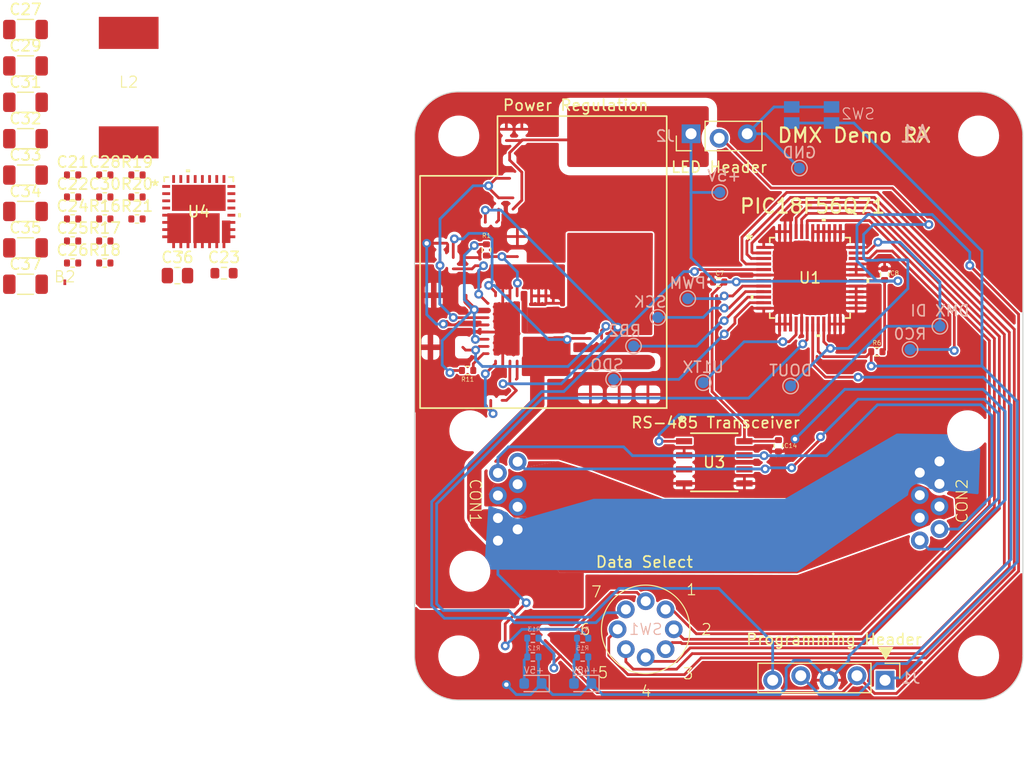
<source format=kicad_pcb>
(kicad_pcb (version 20221018) (generator pcbnew)
  (layers (0 "F.Cu" signal) (31 "B.Cu" signal) (34 "B.Paste" user) (35 "F.Paste" user) (36 "B.SilkS" user "B.Silkscreen") (37 "F.SilkS" user "F.Silkscreen") (38 "B.Mask" user) (39 "F.Mask" user) (44 "Edge.Cuts" user))
  (net 0 "")
  (net 1 "+5V")
  (net 2 "D+")
  (net 3 "D-")
  (net 4 "MCLR")
  (net 5 "ICSPDAT")
  (net 6 "ICSPCLK")
  (net 7 "DOUT")
  (net 8 "Net-(C21-Pad1)")
  (net 9 "Net-(U1A-RD1)")
  (net 10 "Net-(U1A-RD2)")
  (net 11 "Net-(U1A-RD3)")
  (net 12 "Net-(U1A-RD4)")
  (net 13 "Net-(U1A-RD5)")
  (net 14 "Net-(U1A-RD6)")
  (net 15 "Net-(U1A-RD7)")
  (net 16 "DMX DATA IN")
  (net 17 "Net-(U1A-RB0)")
  (net 18 "Net-(U1A-RB1)")
  (net 19 "Net-(U1A-RB3)")
  (net 20 "Net-(U1A-RB4)")
  (net 21 "PVDD")
  (net 22 "SW")
  (net 23 "Net-(U4A-BST)")
  (net 25 "FB")
  (net 26 "Net-(U4B-VDD)")
  (net 27 "ILIM")
  (net 28 "VDD")
  (net 29 "Net-(U4B-SVIN)")
  (net 30 "+48V")
  (net 31 "Net-(D1-A)")
  (net 32 "Net-(D2-A)")
  (net 33 "Net-(U1A-RB2)")
  (net 34 "Net-(U1A-RC0)")
  (net 35 "AGND")
  (net 36 "PGND")
  (net 37 "Net-(L2-Pad1)")
  (net 38 "Net-(U4A-FREQ)")
  (net 39 "Net-(U4A-PG)")
  (footprint "Resistor_SMD:R_0402_1005Metric" (layer "F.Cu") (at 121.995 93.49)
    (fp_text reference "R17")
    (fp_text value "5k")
  )
  (footprint "Resistor_SMD:R_0402_1005Metric" (layer "F.Cu") (at 119.085 93.49)
    (fp_text reference "C25")
    (fp_text value "47u")
  )
  (footprint "Resistor_SMD:R_1206_3216Metric" (layer "F.Cu") (at 114.825 80.95)
    (fp_text reference "C31")
    (fp_text value "2.2uF")
  )
  (footprint "Connector_PinHeader_2.54mm:PinHeader_1x05_P2.54mm_Vertical" (layer "F.Cu") (at 192.54 133 -90)
    (fp_text reference "J1")
    (fp_text value "Conn_01x05_Socket")
  )
  (footprint "Resistor_SMD:R_0805_2012Metric" (layer "F.Cu") (at 128.565 96.62)
    (fp_text reference "C36")
    (fp_text value "4.7uF")
  )
  (footprint "Q71:TQFP48_PT_MCH" (layer "F.Cu") (at 185.750001 96.8217)
    (fp_text reference "U1")
    (fp_text value "PIC18F56Q71-I/PT")
  )
  (footprint "MountingHole:MountingHole_3.2mm_M3" (layer "F.Cu") (at 201 131)
    (fp_text reference "H3" hide)
    (fp_text value "MountingHole" hide)
  )
  (footprint "Resistor_SMD:R_1206_3216Metric" (layer "F.Cu") (at 114.825 87.53)
    (fp_text reference "C33")
    (fp_text value "2.2uF")
  )
  (footprint "Resistor_SMD:R_0402_1005Metric" (layer "F.Cu") (at 119.085 91.5)
    (fp_text reference "C24")
    (fp_text value "47u")
  )
  (footprint "Resistor_SMD:R_0402_1005Metric" (layer "F.Cu") (at 124.905 89.51)
    (fp_text reference "R20")
    (fp_text value "2.2R")
  )
  (footprint "Resistor_SMD:R_1206_3216Metric" (layer "F.Cu") (at 114.825 94.11)
    (fp_text reference "C35")
    (fp_text value "2.2uF")
  )
  (footprint "Resistor_SMD:R_0603_1608Metric" (layer "F.Cu") (at 132.775 96.4)
    (fp_text reference "C23")
    (fp_text value "4.7n")
  )
  (footprint "Resistor_SMD:R_0402_1005Metric" (layer "F.Cu") (at 124.905 87.52)
    (fp_text reference "R19")
    (fp_text value "2.21k")
  )
  (footprint "MIC28517T-E-PHA:VQFN32_6X6_3EP_PHA_MCH" (layer "F.Cu") (at 130.4922 90.835)
    (fp_text reference "U4")
    (fp_text value "MIC28517T-E/PHA")
  )
  (footprint "Resistor_SMD:R_0402_1005Metric" (layer "F.Cu") (at 124.905 91.5)
    (fp_text reference "R21")
    (fp_text value "2.2R")
  )
  (footprint "MountingHole:MountingHole_3.2mm_M3" (layer "F.Cu") (at 154 84)
    (fp_text reference "H1" hide)
    (fp_text value "MountingHole" hide)
  )
  (footprint "Resistor_SMD:R_0402_1005Metric" (layer "F.Cu") (at 156.5 94.3 -90)
    (fp_text reference "R1")
    (fp_text value "100k")
  )
  (footprint "Resistor_SMD:R_0402_1005Metric" (layer "F.Cu") (at 121.995 91.5)
    (fp_text reference "R16")
    (fp_text value "10k")
  )
  (footprint "Resistor_SMD:R_0402_1005Metric" (layer "F.Cu") (at 154.8 105.2)
    (fp_text reference "R11")
    (fp_text value "25k")
  )
  (footprint "Resistor_SMD:R_1206_3216Metric" (layer "F.Cu") (at 114.825 77.66)
    (fp_text reference "C29")
    (fp_text value ".1u")
  )
  (footprint "Resistor_SMD:R_1206_3216Metric" (layer "F.Cu") (at 114.825 90.82)
    (fp_text reference "C34")
    (fp_text value "2.2uF")
  )
  (footprint "E5J88-00LJG2-L:E5J88-00LJG2-L" (layer "F.Cu") (at 155 117 -90)
    (fp_text reference "CON1")
    (fp_text value "~")
  )
  (footprint "Resistor_SMD:R_0402_1005Metric" (layer "F.Cu") (at 119.085 95.48)
    (fp_text reference "C26")
    (fp_text value "47u")
  )
  (footprint "Resistor_SMD:R_0402_1005Metric" (layer "F.Cu") (at 177.5 97.2)
    (fp_text reference "C7")
    (fp_text value ".1uF")
  )
  (footprint "Resistor_SMD:R_1206_3216Metric" (layer "F.Cu") (at 114.825 74.37)
    (fp_text reference "C27")
    (fp_text value "100u")
  )
  (footprint "7447709006:7447709006" (layer "F.Cu") (at 124.155 79.625)
    (fp_text reference "L2")
    (fp_text value "14u")
  )
  (footprint "Resistor_SMD:R_0402_1005Metric" (layer "F.Cu") (at 182.9 112 90)
    (fp_text reference "C14")
    (fp_text value ".1uF")
  )
  (footprint "gnd_bridge:gnd_bridge" (layer "F.Cu") (at 118.38 97.225)
    (fp_text reference "B2")
    (fp_text value "~")
  )
  (footprint "Resistor_SMD:R_0402_1005Metric" (layer "F.Cu") (at 121.995 87.52)
    (fp_text reference "C28")
    (fp_text value ".1u")
  )
  (footprint "Resistor_SMD:R_0402_1005Metric" (layer "F.Cu") (at 121.995 89.51)
    (fp_text reference "C30")
    (fp_text value "1000u")
  )
  (footprint "Resistor_SMD:R_0402_1005Metric" (layer "F.Cu") (at 119.085 89.51)
    (fp_text reference "C22")
    (fp_text value "0.1uF")
  )
  (footprint "LOGO" (layer "F.Cu") (at 192.6 130.8)
    (fp_text reference "G***" hide)
    (fp_text value "LOGO" hide)
  )
  (footprint "Resistor_SMD:R_0402_1005Metric" (layer "F.Cu") (at 119.085 87.52)
    (fp_text reference "C21")
    (fp_text value "0.1uF")
  )
  (footprint "Resistor_SMD:R_0402_1005Metric" (layer "F.Cu") (at 191.8 103.5 180)
    (fp_text reference "R6")
    (fp_text value "10k")
  )
  (footprint "E5J88-00LJG2-L:E5J88-00LJG2-L" (layer "F.Cu") (at 200 117 90)
    (fp_text reference "CON2")
    (fp_text value "~")
  )
  (footprint "Resistor_SMD:R_0402_1005Metric" (layer "F.Cu") (at 192.5 96.51 -90)
    (fp_text reference "C8")
    (fp_text value ".1uF")
  )
  (footprint "RM100772BCB:RM100772BCB" (layer "F.Cu") (at 170.9 128.6)
    (fp_text reference "SW1")
    (fp_text value "~")
  )
  (footprint "MountingHole:MountingHole_3.2mm_M3" (layer "F.Cu") (at 201 84)
    (fp_text reference "H2" hide)
    (fp_text value "MountingHole" hide)
  )
  (footprint "Resistor_SMD:R_1206_3216Metric" (layer "F.Cu") (at 114.825 84.24)
    (fp_text reference "C32")
    (fp_text value "2.2uF")
  )
  (footprint "SP485CN:NSOIC-8" (layer "F.Cu") (at 177.1 113.5)
    (fp_text reference "U3")
    (fp_text value "SP485CN-L")
  )
  (footprint "MountingHole:MountingHole_3.2mm_M3" (layer "F.Cu") (at 154 131)
    (fp_text reference "H4" hide)
    (fp_text value "MountingHole" hide)
  )
  (footprint "Connector_PinHeader_2.54mm:PinHeader_1x03_P2.54mm_Vertical" (layer "F.Cu") (at 175 84 90)
    (fp_text reference "J2")
    (fp_text value "Conn_01x03_Socket")
  )
  (footprint "Resistor_SMD:R_0402_1005Metric" (layer "F.Cu") (at 121.995 95.48)
    (fp_text reference "R18")
    (fp_text value "682")
  )
  (footprint "Resistor_SMD:R_1206_3216Metric" (layer "F.Cu") (at 114.825 97.4)
    (fp_text reference "C37")
    (fp_text value "1uF")
  )
  (footprint "TestPoint:TestPoint_Pad_D1.0mm" (layer "B.Cu") (at 172 100.4 180)
    (fp_text reference "TP2" hide)
    (fp_text value "SCK")
  )
  (footprint "TestPoint:TestPoint_Pad_D1.0mm" (layer "B.Cu") (at 174.7 98.7 180)
    (fp_text reference "TP1")
    (fp_text value "PWM")
  )
  (footprint "TestPoint:TestPoint_Pad_D1.0mm" (layer "B.Cu") (at 197.5 101.2 180)
    (fp_text reference "TP6" hide)
    (fp_text value "DMX DI")
  )
  (footprint "TestPoint:TestPoint_Pad_D1.0mm" (layer "B.Cu") (at 184.8 86.9 180)
    (fp_text reference "TP7" hide)
    (fp_text value "GND")
  )
  (footprint "LED_SMD:LED_0603_1608Metric" (layer "B.Cu") (at 160.7 133.5 180)
    (fp_text reference "D2" hide)
    (fp_text value "+5V")
  )
  (footprint "Resistor_SMD:R_0402_1005Metric" (layer "B.Cu") (at 160.7 131.1 180)
    (fp_text reference "R12")
    (fp_text value "790")
  )
  (footprint "TestPoint:TestPoint_Pad_D1.0mm" (layer "B.Cu") (at 168 106 180)
    (fp_text reference "TP3")
    (fp_text value "SDO")
  )
  (footprint "LED_SMD:LED_0603_1608Metric" (layer "B.Cu") (at 165.2 133.5 180)
    (fp_text reference "D1" hide)
    (fp_text value "+48V")
  )
  (footprint "TestPoint:TestPoint_Pad_D1.0mm" (layer "B.Cu") (at 194.8 103.3 180)
    (fp_text reference "TP10")
    (fp_text value "RC0")
  )
  (footprint "EVQ-P7A01P:EVQ-P7A01P" (layer "B.Cu") (at 185.9 82.1)
    (fp_text reference "SW2")
    (fp_text value "MCLR_SW")
  )
  (footprint "Resistor_SMD:R_0402_1005Metric" (layer "B.Cu") (at 165.2 131.1 180)
    (fp_text reference "R15")
    (fp_text value "47")
  )
  (footprint "Resistor_SMD:R_0402_1005Metric" (layer "B.Cu") (at 160.7 129.4)
    (fp_text reference "R13")
    (fp_text value "1k")
  )
  (footprint "Resistor_SMD:R_0402_1005Metric" (layer "B.Cu") (at 165.2 129.4)
    (fp_text reference "R14")
    (fp_text value "1k")
  )
  (footprint "TestPoint:TestPoint_Pad_D1.0mm" (layer "B.Cu") (at 176.1 106.3 180)
    (fp_text reference "TP4" hide)
    (fp_text value "U1TX")
  )
  (footprint "TestPoint:TestPoint_Pad_D1.0mm" (layer "B.Cu") (at 177.6 89.1 180)
    (fp_text reference "TP8" hide)
    (fp_text value "+5V")
  )
  (footprint "TestPoint:TestPoint_Pad_D1.0mm" (layer "B.Cu") (at 169.8 103 180)
    (fp_text reference "TP9" hide)
    (fp_text value "RB2")
  )
  (footprint "TestPoint:TestPoint_Pad_D1.0mm" (layer "B.Cu") (at 184 106.6 180)
    (fp_text reference "TP5" hide)
    (fp_text value "DOUT")
  )
  (gr_poly (pts (xy 150.5 108.6) (xy 172.8 108.6) (xy 172.8 82.2) (xy 157.5 82.2) (xy 157.5 87.6) (xy 150.498096 87.6)) (stroke (width 0.15)) (fill none) (layer "F.SilkS"))
  (gr_line (start 150 131) (end 150 84) (stroke (width 0.1)) (layer "Edge.Cuts"))
  (gr_arc (start 201 80) (mid 203.828427 81.171573) (end 205 84) (stroke (width 0.1)) (layer "Edge.Cuts"))
  (gr_arc (start 150 84) (mid 151.171573 81.171573) (end 154 80) (stroke (width 0.1)) (layer "Edge.Cuts"))
  (gr_arc (start 205 131) (mid 203.828427 133.828427) (end 201 135) (stroke (width 0.1)) (layer "Edge.Cuts"))
  (gr_line (start 154 80) (end 201 80) (stroke (width 0.1)) (layer "Edge.Cuts"))
  (gr_arc (start 154 135) (mid 151.171573 133.828427) (end 150 131) (stroke (width 0.1)) (layer "Edge.Cuts"))
  (gr_line (start 201 135) (end 154 135) (stroke (width 0.1)) (layer "Edge.Cuts"))
  (gr_line (start 205 131) (end 205 84) (stroke (width 0.1)) (layer "Edge.Cuts"))
  (gr_text "A1" (at 196.7 84.7) (layer "B.SilkS") (effects (font (size 1.5 1.5) (thickness 0.2)) (justify left bottom mirror)))
  (gr_text "RS-485 Transceiver" (at 169.5 110.5) (layer "F.SilkS") (effects (font (size 1 1)) (justify left bottom)))
  (gr_text "Power Regulation" (at 157.9 81.8) (layer "F.SilkS") (effects (font (size 1 1)) (justify left bottom)))
  (gr_text "Data Select" (at 166.3 123.1) (layer "F.SilkS") (effects (font (size 1 1)) (justify left bottom)))
  (gr_text "Programming Header" (at 179.9 130.1) (layer "F.SilkS") (effects (font (size 1 1)) (justify left bottom)))
  (gr_text "PIC18F56Q71" (at 179.3 91.1) (layer "F.SilkS") (effects (font (size 1.3 1.3) (thickness 0.2)) (justify left bottom)))
  (gr_text "DMX Demo RX" (at 182.7 84.7) (layer "F.SilkS") (effects (font (size 1.3 1.3) (thickness 0.2)) (justify left bottom)))
  (gr_text "LED Header" (at 173.1 87.4) (layer "F.SilkS") (effects (font (size 1 1)) (justify left bottom)))
  (segment (start 155.850788 103.025001) (end 156.6536 103.025001) (width 0.25) (layer "F.Cu") (net 0))
  (segment (start 159.274999 104.3464) (end 159.274999 105.915001) (width 0.25) (layer "F.Cu") (net 0))
  (segment (start 158.615 106.425) (end 159.2 107.01) (width 0.25) (layer "F.Cu") (net 0))
  (segment (start 158.615 104.962001) (end 158.615 106.425) (width 0.25) (layer "F.Cu") (net 0))
  (segment (start 157.91 107.9) (end 158.31 107.9) (width 0.25) (layer "F.Cu") (net 0))
  (segment (start 155.2 96.01) (end 153.5 96.01) (width 0.25) (layer "F.Cu") (net 0))
  (segment (start 157.6 91.61) (end 157.41 91.8) (width 0.25) (layer "F.Cu") (net 0))
  (segment (start 158.625001 104.3464) (end 158.625001 104.952) (width 0.25) (layer "F.Cu") (net 0))
  (segment (start 156.4 91.79) (end 156.39 91.8) (width 0.25) (layer "F.Cu") (net 0))
  (segment (start 156.4 90.7) (end 156.4 91.79) (width 0.25) (layer "F.Cu") (net 0))
  (segment (start 158.625001 104.952) (end 158.615 104.962001) (width 0.25) (layer "F.Cu") (net 0))
  (segment (start 156.625001 99.125001) (end 156.6536 99.125001) (width 0.25) (layer "F.Cu") (net 0))
  (segment (start 166.91 101.59) (end 167.3 101.2) (width 0.25) (layer "F.Cu") (net 0))
  (segment (start 156.235229 95.726368) (end 155.483632 95.726368) (width 0.25) (layer "F.Cu") (net 0))
  (segment (start 166.91 102.3) (end 166.91 101.59) (width 0.25) (layer "F.Cu") (net 0))
  (segment (start 154.615272 103.352772) (end 154.3625 103.1) (width 0.25) (layer "F.Cu") (net 0))
  (segment (start 159.274999 105.915001) (end 159.2 105.99) (width 0.25) (layer "F.Cu") (net 0))
  (segment (start 155.483632 95.726368) (end 155.2 96.01) (width 0.25) (layer "F.Cu") (net 0))
  (segment (start 158.31 107.9) (end 159.2 107.01) (width 0.25) (layer "F.Cu") (net 0))
  (segment (start 157.6 90.61) (end 157.6 91.61) (width 0.25) (layer "F.Cu") (net 0))
  (segment (start 155.523017 103.352772) (end 155.850788 103.025001) (width 0.25) (layer "F.Cu") (net 0))
  (segment (start 158.025 106.425) (end 158 106.4) (width 0.25) (layer "F.Cu") (net 0))
  (segment (start 155.523017 103.352772) (end 154.615272 103.352772) (width 0.25) (layer "F.Cu") (net 0))
  (segment (start 158.615 106.425) (end 158.025 106.425) (width 0.25) (layer "F.Cu") (net 0))
  (segment (start 155.8 98.3) (end 156.625001 99.125001) (width 0.25) (layer "F.Cu") (net 0))
  (via (at 167.3 101.2) (size 0.8) (drill 0.4) (layers "F.Cu" "B.Cu") (net 0))
  (via (at 158 106.4) (size 0.8) (drill 0.4) (layers "F.Cu" "B.Cu") (net 0))
  (via (at 168.380127 101.280127) (size 0.8) (drill 0.4) (layers "F.Cu" "B.Cu") (net 0))
  (via (at 156.4 90.7) (size 0.8) (drill 0.4) (layers "F.Cu" "B.Cu") (net 0))
  (via (at 155.523017 103.352772) (size 0.8) (drill 0.4) (layers "F.Cu" "B.Cu") (net 0))
  (via (at 155.8 98.3) (size 0.8) (drill 0.4) (layers "F.Cu" "B.Cu") (net 0))
  (via (at 156.235229 95.726368) (size 0.8) (drill 0.4) (layers "F.Cu" "B.Cu") (net 0))
  (segment (start 163.865 104.835) (end 167.3 101.4) (width 0.25) (layer "B.Cu") (net 0))
  (segment (start 156.135 104.835) (end 163.865 104.835) (width 0.25) (layer "B.Cu") (net 0))
  (segment (start 157.8 90.7) (end 168.380127 101.280127) (width 0.25) (layer "B.Cu") (net 0))
  (segment (start 156.4 90.7) (end 157.8 90.7) (width 0.25) (layer "B.Cu") (net 0))
  (segment (start 155.523017 104.223017) (end 156.135 104.835) (width 0.25) (layer "B.Cu") (net 0))
  (segment (start 158 106.4) (end 163.260254 106.4) (width 0.25) (layer "B.Cu") (net 0))
  (segment (start 155.8 96.161597) (end 155.8 98.3) (width 0.25) (layer "B.Cu") (net 0))
  (segment (start 155.523017 103.352772) (end 155.523017 104.223017) (width 0.25) (layer "B.Cu") (net 0))
  (segment (start 163.260254 106.4) (end 168.380127 101.280127) (width 0.25) (layer "B.Cu") (net 0))
  (segment (start 167.3 101.4) (end 167.3 101.2) (width 0.25) (layer "B.Cu") (net 0))
  (segment (start 156.235229 95.726368) (end 155.8 96.161597) (width 0.25) (layer "B.Cu") (net 0))
  (segment (start 192.5 97.02) (end 192.5 103.31) (width 0.25) (layer "F.Cu") (net 1))
  (segment (start 163.195 131.005) (end 166.5082 134.3182) (width 0.25) (layer "F.Cu") (net 1))
  (segment (start 158.6 86.175) (end 158.6 85.51) (width 0.25) (layer "F.Cu") (net 1))
  (segment (start 192.4483 97.0717) (end 189.928301 97.0717) (width 0.25) (layer "F.Cu") (net 1))
  (segment (start 190 132.7968) (end 191.6032 134.4) (width 0.25) (layer "F.Cu") (net 1))
  (segment (start 182.795 111.595) (end 182.9 111.49) (width 0.25) (layer "F.Cu") (net 1))
  (segment (start 166.5082 134.3182) (end 188.6818 134.3182) (width 0.25) (layer "F.Cu") (net 1))
  (segment (start 188.6818 134.3182) (end 190 133) (width 0.25) (layer "F.Cu") (net 1))
  (segment (start 193.7 97.1) (end 192.58 97.1) (width 0.25) (layer "F.Cu") (net 1))
  (segment (start 178.019972 97.190028) (end 178.01 97.2) (width 0.25) (layer "F.Cu") (net 1))
  (segment (start 176.9 107.1) (end 179.82415 110.02415) (width 0.25) (layer "F.Cu") (net 1))
  (segment (start 193.567407 134.4) (end 204.615 123.352407) (width 0.25) (layer "F.Cu") (net 1))
  (segment (start 176.9 98.31) (end 176.9 107.1) (width 0.25) (layer "F.Cu") (net 1))
  (segment (start 192.5 103.31) (end 192.31 103.5) (width 0.25) (layer "F.Cu") (net 1))
  (segment (start 204.615 100.115) (end 200.2 95.7) (width 0.25) (layer "F.Cu") (net 1))
  (segment (start 191.6032 134.4) (end 193.567407 134.4) (width 0.25) (layer "F.Cu") (net 1))
  (segment (start 159.7 87.275) (end 159.7 89.81) (width 0.25) (layer "F.Cu") (net 1))
  (segment (start 179.82415 110.02415) (end 179.82415 111.595) (width 0.25) (layer "F.Cu") (net 1))
  (segment (start 159.7 84.41) (end 158.3 84.41) (width 0.25) (layer "F.Cu") (net 1))
  (segment (start 190 133) (end 190 132.7968) (width 0.25) (layer "F.Cu") (net 1))
  (segment (start 179.090028 97.190028) (end 179.208356 97.0717) (width 0.25) (layer "F.Cu") (net 1))
  (segment (start 179.090028 97.190028) (end 178.019972 97.190028) (width 0.25) (layer "F.Cu") (net 1))
  (segment (start 158.6 85.51) (end 159.7 84.41) (width 0.25) (layer "F.Cu") (net 1))
  (segment (start 159.7 89.81) (end 158.9 90.61) (width 0.25) (layer "F.Cu") (net 1))
  (segment (start 166.5 84.35) (end 159.76 84.35) (width 0.25) (layer "F.Cu") (net 1))
  (segment (start 179.82415 111.595) (end 182.795 111.595) (width 0.25) (layer "F.Cu") (net 1))
  (segment (start 162.6 132.1) (end 162.6 131.6) (width 0.25) (layer "F.Cu") (net 1))
  (segment (start 192.58 97.1) (end 192.5 97.02) (width 0.25) (layer "F.Cu") (net 1))
  (segment (start 204.615 123.352407) (end 204.615 100.115) (width 0.25) (layer "F.Cu") (net 1))
  (segment (start 192.5 97.02) (end 192.4483 97.0717) (width 0.25) (layer "F.Cu") (net 1))
  (segment (start 166.5 84.35) (end 165.86 84.35) (width 0.25) (layer "F.Cu") (net 1))
  (segment (start 161.8 129.61) (end 163.195 131.005) (width 0.25) (layer "F.Cu") (net 1))
  (segment (start 158.6 86.175) (end 159.7 87.275) (width 0.25) (layer "F.Cu") (net 1))
  (segment (start 179.208356 97.0717) (end 181.571701 97.0717) (width 0.25) (layer "F.Cu") (net 1))
  (segment (start 159.76 84.35) (end 159.7 84.41) (width 0.25) (layer "F.Cu") (net 1))
  (segment (start 178.019972 97.190028) (end 176.9 98.31) (width 0.25) (layer "F.Cu") (net 1))
  (segment (start 162.6 131.6) (end 163.195 131.005) (width 0.25) (layer "F.Cu") (net 1))
  (via (at 162.6 132.1) (size 0.8) (drill 0.4) (layers "F.Cu" "B.Cu") (net 1))
  (via (at 193.7 97.1) (size 0.8) (drill 0.4) (layers "F.Cu" "B.Cu") (net 1))
  (via (at 179.090028 97.190028) (size 0.8) (drill 0.4) (layers "F.Cu" "B.Cu") (net 1))
  (via (at 200.2 95.7) (size 0.8) (drill 0.4) (layers "F.Cu" "B.Cu") (net 1))
  (segment (start 179.090028 97.190028) (end 179.148856 97.1312) (width 0.25) (layer "B.Cu") (net 1))
  (segment (start 161.21 129.4) (end 162.6 130.79) (width 0.25) (layer "B.Cu") (net 1))
  (segment (start 200.2 95.7) (end 200.2 94.5) (width 0.25) (layer "B.Cu") (net 1))
  (segment (start 190 95.3) (end 191.8 97.1) (width 0.25) (layer "B.Cu") (net 1))
  (segment (start 179.148856 97.1312) (end 193.6688 97.1312) (width 0.25) (layer "B.Cu") (net 1))
  (segment (start 191.8 97.1) (end 193.7 97.1) (width 0.25) (layer "B.Cu") (net 1))
  (segment (start 177.6 89.1) (end 175 89.1) (width 0.25) (layer "B.Cu") (net 1))
  (segment (start 196.8 91.1) (end 191 91.1) (width 0.25) (layer "B.Cu") (net 1))
  (segment (start 190 92.1) (end 190 95.3) (width 0.25) (layer "B.Cu") (net 1))
  (segment (start 177.190028 97.190028) (end 175 95) (width 0.25) (layer "B.Cu") (net 1))
  (segment (start 175 89.1) (end 175 84) (width 0.25) (layer "B.Cu") (net 1))
  (segment (start 175 95) (end 175 89.1) (width 0.25) (layer "B.Cu") (net 1))
  (segment (start 200.2 94.5) (end 196.8 91.1) (width 0.25) (layer "B.Cu") (net 1))
  (segment (start 179.090028 97.190028) (end 177.190028 97.190028) (width 0.25) (layer "B.Cu") (net 1))
  (segment (start 162.6 130.79) (end 162.6 132.1) (width 0.25) (layer "B.Cu") (net 1))
  (segment (start 193.6688 97.1312) (end 193.7 97.1) (width 0.25) (layer "B.Cu") (net 1))
  (segment (start 191 91.1) (end 190 92.1) (width 0.25) (layer "B.Cu") (net 1))
  (segment (start 181.7 114.1) (end 179.85915 114.1) (width 0.25) (layer "F.Cu") (net 2))
  (segment (start 179.85915 114.1) (end 179.82415 114.135) (width 0.25) (layer "F.Cu") (net 2))
  (segment (start 184.1 114) (end 186.7 111.4) (width 0.25) (layer "F.Cu") (net 2))
  (segment (start 186.7 111.4) (end 186.7 111.2) (width 0.25) (layer "F.Cu") (net 2))
  (via (at 186.7 111.2) (size 0.8) (drill 0.4) (layers "F.Cu" "B.Cu") (net 2))
  (via (at 184.1 114) (size 0.8) (drill 0.4) (layers "F.Cu" "B.Cu") (net 2))
  (via (at 181.7 114.1) (size 0.8) (drill 0.4) (layers "F.Cu" "B.Cu") (net 2))
  (segment (start 198.196544 121.354999) (end 196.479999 121.354999) (width 0.25) (layer "B.Cu") (net 2))
  (segment (start 190.1 107.8) (end 201.5 107.8) (width 0.25) (layer "B.Cu") (net 2))
  (segment (start 184.1 114) (end 181.8 114) (width 0.25) (layer "B.Cu") (net 2))
  (segment (start 181.8 114) (end 181.7 114.1) (width 0.25) (layer "B.Cu") (net 2))
  (segment (start 159.975 114.1) (end 181.7 114.1) (width 0.25) (layer "B.Cu") (net 2))
  (segment (start 202.8 109.1) (end 202.8 116.751543) (width 0.25) (layer "B.Cu") (net 2))
  (segment (start 159.32 113.445) (end 159.975 114.1) (width 0.25) (layer "B.Cu") (net 2))
  (segment (start 186.7 111.2) (end 190.1 107.8) (width 0.25) (layer "B.Cu") (net 2))
  (segment (start 202.8 116.751543) (end 198.196544 121.354999) (width 0.25) (layer "B.Cu") (net 2))
  (segment (start 196.479999 121.354999) (end 195.68 120.555) (width 0.25) (layer "B.Cu") (net 2))
  (segment (start 201.5 107.8) (end 202.8 109.1) (width 0.25) (layer "B.Cu") (net 2))
  (segment (start 181.6 112.9) (end 179.85915 112.9) (width 0.25) (layer "F.Cu") (net 3))
  (segment (start 179.85915 112.9) (end 179.82415 112.865) (width 0.25) (layer "F.Cu") (net 3))
  (via (at 181.6 112.9) (size 0.8) (drill 0.4) (layers "F.Cu" "B.Cu") (net 3))
  (segment (start 187.251544 112.9) (end 181.6 112.9) (width 0.25) (layer "B.Cu") (net 3))
  (segment (start 202.2 116.5) (end 202.2 109.3) (width 0.25) (layer "B.Cu") (net 3))
  (segment (start 157.54 113.06) (end 158.5 112.1) (width 0.25) (layer "B.Cu") (net 3))
  (segment (start 157.54 114.465) (end 157.54 113.06) (width 0.25) (layer "B.Cu") (net 3))
  (segment (start 168.9 112.1) (end 169.7 112.9) (width 0.25) (layer "B.Cu") (net 3))
  (segment (start 158.5 112.1) (end 168.9 112.1) (width 0.25) (layer "B.Cu") (net 3))
  (segment (start 197.46 119.535) (end 199.165 119.535) (width 0.25) (layer "B.Cu") (net 3))
  (segment (start 202.2 109.3) (end 201.2 108.3) (width 0.25) (layer "B.Cu") (net 3))
  (segment (start 169.7 112.9) (end 181.6 112.9) (width 0.25) (layer "B.Cu") (net 3))
  (segment (start 191.851544 108.3) (end 187.251544 112.9) (width 0.25) (layer "B.Cu") (net 3))
  (segment (start 201.2 108.3) (end 191.851544 108.3) (width 0.25) (layer "B.Cu") (net 3))
  (segment (start 199.165 119.535) (end 202.2 116.5) (width 0.25) (layer "B.Cu") (net 3))
  (segment (start 191.29 104.8) (end 191.29 103.5) (width 0.25) (layer "F.Cu") (net 4))
  (segment (start 186.500002 103.474697) (end 186.500002 101) (width 0.25) (layer "F.Cu") (net 4))
  (segment (start 191.29 103.5) (end 190.84 103.95) (width 0.25) (layer "F.Cu") (net 4))
  (segment (start 190.84 103.95) (end 186.975304 103.95) (width 0.25) (layer "F.Cu") (net 4))
  (segment (start 186.500002 103.474697) (end 186.975304 103.95) (width 0.25) (layer "F.Cu") (net 4))
  (via (at 191.29 104.8) (size 0.8) (drill 0.4) (layers "F.Cu" "B.Cu") (net 4))
  (segment (start 194 133) (end 192.54 133) (width 0.25) (layer "B.Cu") (net 4))
  (segment (start 201.3 104.8) (end 204.5 108) (width 0.25) (layer "B.Cu") (net 4))
  (segment (start 204.5 122.5) (end 194 133) (width 0.25) (layer "B.Cu") (net 4))
  (segment (start 201.3 94.4) (end 201.3 104.8) (width 0.25) (layer "B.Cu") (net 4))
  (segment (start 184.1 82.825) (end 187.7 82.825) (width 0.25) (layer "B.Cu") (net 4))
  (segment (start 187.7 82.825) (end 189.725 82.825) (width 0.25) (layer "B.Cu") (net 4))
  (segment (start 191.29 104.8) (end 201.3 104.8) (width 0.25) (layer "B.Cu") (net 4))
  (segment (start 189.725 82.825) (end 201.3 94.4) (width 0.25) (layer "B.Cu") (net 4))
  (segment (start 204.5 108) (end 204.5 122.5) (width 0.25) (layer "B.Cu") (net 4))
  (segment (start 186.000001 104.640454) (end 186.000001 101) (width 0.25) (layer "F.Cu") (net 5))
  (segment (start 190.1 105.8) (end 187.159547 105.8) (width 0.25) (layer "F.Cu") (net 5))
  (segment (start 187.159547 105.8) (end 186.000001 104.640454) (width 0.25) (layer "F.Cu") (net 5))
  (via (at 190.1 105.8) (size 0.8) (drill 0.4) (layers "F.Cu" "B.Cu") (net 5))
  (segment (start 186.6232 134.5) (end 190.1 134.5) (width 0.25) (layer "B.Cu") (net 5))
  (segment (start 191.8132 131.7) (end 194.5 131.7) (width 0.25) (layer "B.Cu") (net 5))
  (segment (start 191.2 132.3132) (end 191.8132 131.7) (width 0.25) (layer "B.Cu") (net 5))
  (segment (start 191.2 133.4) (end 191.2 132.3132) (width 0.25) (layer "B.Cu") (net 5))
  (segment (start 201.4 105.8) (end 190.1 105.8) (width 0.25) (layer "B.Cu") (net 5))
  (segment (start 190.1 134.5) (end 191.2 133.4) (width 0.25) (layer "B.Cu") (net 5))
  (segment (start 203.924228 108.324228) (end 201.4 105.8) (width 0.25) (layer "B.Cu") (net 5))
  (segment (start 203.924228 122.275772) (end 203.924228 108.324228) (width 0.25) (layer "B.Cu") (net 5))
  (segment (start 184.92 132.7968) (end 186.6232 134.5) (width 0.25) (layer "B.Cu") (net 5))
  (segment (start 194.5 131.7) (end 203.924228 122.275772) (width 0.25) (layer "B.Cu") (net 5))
  (segment (start 185.500001 101) (end 185.500001 102.399999) (width 0.25) (layer "F.Cu") (net 6))
  (segment (start 185.500001 102.399999) (end 185.1 102.8) (width 0.25) (layer "F.Cu") (net 6))
  (via (at 185.1 102.8) (size 0.8) (drill 0.4) (layers "F.Cu" "B.Cu") (net 6))
  (segment (start 165.9 127.5) (end 168.5 124.9) (width 0.25) (layer "B.Cu") (net 6))
  (segment (start 161.55 107.7) (end 152 117.25) (width 0.25) (layer "B.Cu") (net 6))
  (segment (start 177.5 124.9) (end 182.38 129.78) (width 0.25) (layer "B.Cu") (net 6))
  (segment (start 182.38 129.78) (end 182.38 133) (width 0.25) (layer "B.Cu") (net 6))
  (segment (start 152.6 126.9) (end 158.5 126.9) (width 0.25) (layer "B.Cu") (net 6))
  (segment (start 185.1 102.8) (end 180.2 107.7) (width 0.25) (layer "B.Cu") (net 6))
  (segment (start 158.5 126.9) (end 159.1 127.5) (width 0.25) (layer "B.Cu") (net 6))
  (segment (start 152 117.25) (end 152 126.3) (width 0.25) (layer "B.Cu") (net 6))
  (segment (start 180.2 107.7) (end 161.55 107.7) (width 0.25) (layer "B.Cu") (net 6))
  (segment (start 159.1 127.5) (end 165.9 127.5) (width 0.25) (layer "B.Cu") (net 6))
  (segment (start 168.5 124.9) (end 177.5 124.9) (width 0.25) (layer "B.Cu") (net 6))
  (segment (start 152 126.3) (end 152.6 126.9) (width 0.25) (layer "B.Cu") (net 6))
  (segment (start 187.000001 101) (end 187.000001 102.600001) (width 0.25) (layer "F.Cu") (net 7))
  (segment (start 177.54 84) (end 182.25 88.71) (width 0.25) (layer "F.Cu") (net 7))
  (segment (start 182.25 88.71) (end 193.21 88.71) (width 0.25) (layer "F.Cu") (net 7))
  (segment (start 193.21 88.71) (end 196.5 92) (width 0.25) (layer "F.Cu") (net 7))
  (segment (start 187.000001 102.600001) (end 187.6 103.2) (width 0.25) (layer "F.Cu") (net 7))
  (via (at 187.6 103.2) (size 0.8) (drill 0.4) (layers "F.Cu" "B.Cu") (net 7))
  (via (at 196.5 92) (size 0.8) (drill 0.4) (layers "F.Cu" "B.Cu") (net 7))
  (segment (start 191.875453 95.236699) (end 190.836699 95.236699) (width 0.25) (layer "B.Cu") (net 7))
  (segment (start 194.6 95.2) (end 191.912152 95.2) (width 0.25) (layer "B.Cu") (net 7))
  (segment (start 187.4 103.2) (end 184 106.6) (width 0.25) (layer "B.Cu") (net 7))
  (segment (start 189.2 103.2) (end 194.6 97.8) (width 0.25) (layer "B.Cu") (net 7))
  (segment (start 190.836699 95.236699) (end 190.6 95) (width 0.25) (layer "B.Cu") (net 7))
  (segment (start 191.5 92) (end 196.5 92) (width 0.25) (layer "B.Cu") (net 7))
  (segment (start 191.912152 95.2) (end 191.875453 95.236699) (width 0.25) (layer "B.Cu") (net 7))
  (segment (start 194.6 97.8) (end 194.6 95.2) (width 0.25) (layer "B.Cu") (net 7))
  (segment (start 187.6 103.2) (end 189.2 103.2) (width 0.25) (layer "B.Cu") (net 7))
  (segment (start 190.6 95) (end 190.6 92.9) (width 0.25) (layer "B.Cu") (net 7))
  (segment (start 187.6 103.2) (end 187.4 103.2) (width 0.25) (layer "B.Cu") (net 7))
  (segment (start 190.6 92.9) (end 191.5 92) (width 0.25) (layer "B.Cu") (net 7))
  (segment (start 155.31 104.59) (end 155.31 105.2) (width 0.25) (layer "F.Cu") (net 8))
  (segment (start 156.6536 103.674999) (end 156.225001 103.674999) (width 0.25) (layer "F.Cu") (net 8))
  (segment (start 156.225001 103.674999) (end 155.31 104.59) (width 0.25) (layer "F.Cu") (net 8))
  (segment (start 201.975 117.425) (end 190.4 129) (width 0.25) (layer "F.Cu") (net 9))
  (segment (start 191.122508 91.6453) (end 201.975 102.497792) (width 0.25) (layer "F.Cu") (net 9))
  (segment (start 173.277018 126.803949) (end 172.696051 126.803949) (width 0.25) (layer "F.Cu") (net 9))
  (segment (start 190.4 129) (end 175.473069 129) (width 0.25) (layer "F.Cu") (net 9))
  (segment (start 201.975 102.497792) (end 201.975 117.425) (width 0.25) (layer "F.Cu") (net 9))
  (segment (start 175.473069 129) (end 173.277018 126.803949) (width 0.25) (layer "F.Cu") (net 9))
  (segment (start 185.500001 91.6806) (end 185.535301 91.6453) (width 0.25) (layer "F.Cu") (net 9))
  (segment (start 185.500001 92.6434) (end 185.500001 91.6806) (width 0.25) (layer "F.Cu") (net 9))
  (segment (start 185.535301 91.6453) (end 191.122508 91.6453) (width 0.25) (layer "F.Cu") (net 9))
  (segment (start 202.425 102.311396) (end 202.425 117.580384) (width 0.25) (layer "F.Cu") (net 10))
  (segment (start 185 91.544205) (end 185.544205 91) (width 0.25) (layer "F.Cu") (net 10))
  (segment (start 185 92.6434) (end 185 91.544205) (width 0.25) (layer "F.Cu") (net 10))
  (segment (start 185.544205 91) (end 191.113604 91) (width 0.25) (layer "F.Cu") (net 10))
  (segment (start 174.34 129.5) (end 173.44 128.6) (width 0.25) (layer "F.Cu") (net 10))
  (segment (start 190.505384 129.5) (end 174.34 129.5) (width 0.25) (layer "F.Cu") (net 10))
  (segment (start 202.425 117.580384) (end 190.505384 129.5) (width 0.25) (layer "F.Cu") (net 10))
  (segment (start 191.113604 91) (end 202.425 102.311396) (width 0.25) (layer "F.Cu") (net 10))
  (segment (start 191.25 90.5) (end 185.407809 90.5) (width 0.25) (layer "F.Cu") (net 11))
  (segment (start 173.292102 129.8) (end 174.088456 129.8) (width 0.25) (layer "F.Cu") (net 11))
  (segment (start 184.500001 91.407808) (end 184.500001 92.6434) (width 0.25) (layer "F.Cu") (net 11))
  (segment (start 174.178457 129.89) (end 190.666927 129.89) (width 0.25) (layer "F.Cu") (net 11))
  (segment (start 185.407809 90.5) (end 184.500001 91.407808) (width 0.25) (layer "F.Cu") (net 11))
  (segment (start 172.696051 130.396051) (end 173.292102 129.8) (width 0.25) (layer "F.Cu") (net 11))
  (segment (start 202.875 102.125) (end 191.25 90.5) (width 0.25) (layer "F.Cu") (net 11))
  (segment (start 202.875 117.681928) (end 202.875 102.125) (width 0.25) (layer "F.Cu") (net 11))
  (segment (start 174.088456 129.8) (end 174.178457 129.89) (width 0.25) (layer "F.Cu") (net 11))
  (segment (start 190.666927 129.89) (end 202.875 117.681928) (width 0.25) (layer "F.Cu") (net 11))
  (segment (start 173.7 131.5) (end 174.92 130.28) (width 0.25) (layer "F.Cu") (net 12))
  (segment (start 171.26 131.5) (end 173.7 131.5) (width 0.25) (layer "F.Cu") (net 12))
  (segment (start 180.5 94.5) (end 180.571699 94.571699) (width 0.25) (layer "F.Cu") (net 12))
  (segment (start 170.9 131.14) (end 171.26 131.5) (width 0.25) (layer "F.Cu") (net 12))
  (segment (start 195.863072 130.28) (end 203.325 122.818072) (width 0.25) (layer "F.Cu") (net 12))
  (segment (start 184.180601 90) (end 180.5 93.680601) (width 0.25) (layer "F.Cu") (net 12))
  (segment (start 180.571699 94.571699) (end 181.571701 94.571699) (width 0.25) (layer "F.Cu") (net 12))
  (segment (start 191.386396 90) (end 184.180601 90) (width 0.25) (layer "F.Cu") (net 12))
  (segment (start 203.325 122.818072) (end 203.325 101.938604) (width 0.25) (layer "F.Cu") (net 12))
  (segment (start 203.325 101.938604) (end 191.386396 90) (width 0.25) (layer "F.Cu") (net 12))
  (segment (start 180.5 93.680601) (end 180.5 94.5) (width 0.25) (layer "F.Cu") (net 12))
  (segment (start 174.92 130.28) (end 195.863072 130.28) (width 0.25) (layer "F.Cu") (net 12))
  (segment (start 183.994205 89.55) (end 180.05 93.494205) (width 0.25) (layer "F.Cu") (net 13))
  (segment (start 169.781528 132.205) (end 173.695 132.205) (width 0.25) (layer "F.Cu") (net 13))
  (segment (start 203.775 101.752208) (end 191.572792 89.55) (width 0.25) (layer "F.Cu") (net 13))
  (segment (start 175.1 130.8) (end 195.979468 130.8) (width 0.25) (layer "F.Cu") (net 13))
  (segment (start 203.775 123.004468) (end 203.775 101.752208) (width 0.25) (layer "F.Cu") (net 13))
  (segment (start 195.979468 130.8) (end 203.775 123.004468) (width 0.25) (layer "F.Cu") (net 13))
  (segment (start 173.695 132.205) (end 175.1 130.8) (width 0.25) (layer "F.Cu") (net 13))
  (segment (start 180.05 94.686396) (end 180.435305 95.071701) (width 0.25) (layer "F.Cu") (net 13))
  (segment (start 180.435305 95.071701) (end 181.571701 95.071701) (width 0.25) (layer "F.Cu") (net 13))
  (segment (start 180.05 93.494205) (end 180.05 94.686396) (width 0.25) (layer "F.Cu") (net 13))
  (segment (start 169.103949 130.396051) (end 169.103949 131.527421) (width 0.25) (layer "F.Cu") (net 13))
  (segment (start 191.572792 89.55) (end 183.994205 89.55) (width 0.25) (layer "F.Cu") (net 13))
  (segment (start 169.103949 131.527421) (end 169.781528 132.205) (width 0.25) (layer "F.Cu") (net 13))
  (segment (start 191.85 89.1) (end 183.65 89.1) (width 0.25) (layer "F.Cu") (net 14))
  (segment (start 183.65 89.1) (end 179.6 93.15) (width 0.25) (layer "F.Cu") (net 14))
  (segment (start 179.9717 95.5717) (end 181.571701 95.5717) (width 0.25) (layer "F.Cu") (net 14))
  (segment (start 174.4 132.7) (end 175.91 131.19) (width 0.25) (layer "F.Cu") (net 14))
  (segment (start 179.6 93.15) (end 179.6 95.2) (width 0.25) (layer "F.Cu") (net 14))
  (segment (start 175.91 131.19) (end 196.225864 131.19) (width 0.25) (layer "F.Cu") (net 14))
  (segment (start 168.36 128.6) (end 167.560001 129.399999) (width 0.25) (layer "F.Cu") (net 14))
  (segment (start 196.225864 131.19) (end 204.225 123.190864) (width 0.25) (layer "F.Cu") (net 14))
  (segment (start 204.225 123.190864) (end 204.225 101.475) (width 0.25) (layer "F.Cu") (net 14))
  (segment (start 204.225 101.475) (end 191.85 89.1) (width 0.25) (layer "F.Cu") (net 14))
  (segment (start 167.560001 130.960001) (end 169.3 132.7) (width 0.25) (layer "F.Cu") (net 14))
  (segment (start 169.3 132.7) (end 174.4 132.7) (width 0.25) (layer "F.Cu") (net 14))
  (segment (start 179.6 95.2) (end 179.9717 95.5717) (width 0.25) (layer "F.Cu") (net 14))
  (segment (start 167.560001 129.399999) (end 167.560001 130.960001) (width 0.25) (layer "F.Cu") (net 14))
  (segment (start 175.315977 96.255722) (end 175.5 96.071699) (width 0.25) (layer "F.Cu") (net 15))
  (segment (start 175.5 96.071699) (end 181.571701 96.071699) (width 0.25) (layer "F.Cu") (net 15))
  (via (at 175.315977 96.255722) (size 0.8) (drill 0.4) (layers "F.Cu" "B.Cu") (net 15))
  (segment (start 158.648456 127.6) (end 159.048456 128) (width 0.25) (layer "B.Cu") (net 15))
  (segment (start 161.513604 107.1) (end 151.55 117.063604) (width 0.25) (layer "B.Cu") (net 15))
  (segment (start 151.55 117.063604) (end 151.55 126.45) (width 0.25) (layer "B.Cu") (net 15))
  (segment (start 175.315977 96.255722) (end 174.344278 96.255722) (width 0.25) (layer "B.Cu") (net 15))
  (segment (start 167.3 127.1) (end 168.807898 127.1) (width 0.25) (layer "B.Cu") (net 15))
  (segment (start 159.048456 128) (end 166.4 128) (width 0.25) (layer "B.Cu") (net 15))
  (segment (start 163.5 107.1) (end 161.513604 107.1) (width 0.25) (layer "B.Cu") (net 15))
  (segment (start 174.344278 96.255722) (end 163.5 107.1) (width 0.25) (layer "B.Cu") (net 15))
  (segment (start 152.7 127.6) (end 158.648456 127.6) (width 0.25) (layer "B.Cu") (net 15))
  (segment (start 168.807898 127.1) (end 169.103949 126.803949) (width 0.25) (layer "B.Cu") (net 15))
  (segment (start 166.4 128) (end 167.3 127.1) (width 0.25) (layer "B.Cu") (net 15))
  (segment (start 151.55 126.45) (end 152.7 127.6) (width 0.25) (layer "B.Cu") (net 15))
  (segment (start 174.37085 111.6) (end 174.37585 111.595) (width 0.25) (layer "F.Cu") (net 16))
  (segment (start 191.9 93.6) (end 190.928301 94.571699) (width 0.25) (layer "F.Cu") (net 16))
  (segment (start 190.928301 94.571699) (end 189.928301 94.571699) (width 0.25) (layer "F.Cu") (net 16))
  (segment (start 172.1 111.6) (end 174.37085 111.6) (width 0.25) (layer "F.Cu") (net 16))
  (via (at 191.9 93.6) (size 0.8) (drill 0.4) (layers "F.Cu" "B.Cu") (net 16))
  (via (at 172.1 111.6) (size 0.8) (drill 0.4) (layers "F.Cu" "B.Cu") (net 16))
  (segment (start 172.1 111.6) (end 172.1 111) (width 0.25) (layer "B.Cu") (net 16))
  (segment (start 191.9 93.6) (end 193.9 93.6) (width 0.25) (layer "B.Cu") (net 16))
  (segment (start 192.7 101.2) (end 197.5 101.2) (width 0.25) (layer "B.Cu") (net 16))
  (segment (start 172.1 111) (end 173.9 109.2) (width 0.25) (layer "B.Cu") (net 16))
  (segment (start 193.9 93.6) (end 197.5 97.2) (width 0.25) (layer "B.Cu") (net 16))
  (segment (start 184.7 109.2) (end 192.7 101.2) (width 0.25) (layer "B.Cu") (net 16))
  (segment (start 173.9 109.2) (end 184.7 109.2) (width 0.25) (layer "B.Cu") (net 16))
  (segment (start 197.5 97.2) (end 197.5 101.2) (width 0.25) (layer "B.Cu") (net 16))
  (segment (start 178 98.460497) (end 178.760012 98.460497) (width 0.25) (layer "F.Cu") (net 17))
  (segment (start 178.760012 98.460497) (end 179.648808 97.571701) (width 0.25) (layer "F.Cu") (net 17))
  (segment (start 179.648808 97.571701) (end 181.571701 97.571701) (width 0.25) (layer "F.Cu") (net 17))
  (via (at 178 98.460497) (size 0.8) (drill 0.4) (layers "F.Cu" "B.Cu") (net 17))
  (segment (start 174.7 98.7) (end 177.760497 98.7) (width 0.25) (layer "B.Cu") (net 17))
  (segment (start 177.760497 98.7) (end 178 98.460497) (width 0.25) (layer "B.Cu") (net 17))
  (segment (start 178 99.560497) (end 178.439503 99.560497) (width 0.25) (layer "F.Cu") (net 18))
  (segment (start 179.9283 98.0717) (end 181.571701 98.0717) (width 0.25) (layer "F.Cu") (net 18))
  (segment (start 178.439503 99.560497) (end 179.9283 98.0717) (width 0.25) (layer "F.Cu") (net 18))
  (via (at 178 99.560497) (size 0.8) (drill 0.4) (layers "F.Cu" "B.Cu") (net 18))
  (segment (start 176.939503 99.560497) (end 178 99.560497) (width 0.25) (layer "B.Cu") (net 18))
  (segment (start 172 100.4) (end 176.1 100.4) (width 0.25) (layer "B.Cu") (net 18))
  (segment (start 176.1 100.4) (end 176.939503 99.560497) (width 0.25) (layer "B.Cu") (net 18))
  (segment (start 180.328299 99.071701) (end 181.571701 99.071701) (width 0.25) (layer "F.Cu") (net 19))
  (segment (start 178.965 100.435) (end 180.328299 99.071701) (width 0.25) (layer "F.Cu") (net 19))
  (segment (start 178 101.9) (end 178.965 100.935) (width 0.25) (layer "F.Cu") (net 19))
  (segment (start 178.965 100.935) (end 178.965 100.435) (width 0.25) (layer "F.Cu") (net 19))
  (via (at 178 101.9) (size 0.8) (drill 0.4) (layers "F.Cu" "B.Cu") (net 19))
  (segment (start 168 106) (end 173.9 106) (width 0.25) (layer "B.Cu") (net 19))
  (segment (start 173.9 106) (end 178 101.9) (width 0.25) (layer "B.Cu") (net 19))
  (segment (start 184.500001 101.962801) (end 183.862802 102.6) (width 0.25) (layer "F.Cu") (net 20))
  (segment (start 184.500001 101) (end 184.500001 101.962801) (width 0.25) (layer "F.Cu") (net 20))
  (segment (start 183.862802 102.6) (end 183.3 102.6) (width 0.25) (layer "F.Cu") (net 20))
  (via (at 183.3 102.6) (size 0.8) (drill 0.4) (layers "F.Cu" "B.Cu") (net 20))
  (segment (start 176.1 106.3) (end 179.8 102.6) (width 0.25) (layer "B.Cu") (net 20))
  (segment (start 179.8 102.6) (end 183.3 102.6) (width 0.25) (layer "B.Cu") (net 20))
  (segment (start 156.7 88.69) (end 157.6 89.59) (width 0.25) (layer "F.Cu") (net 25))
  (segment (start 153.5 100.410499) (end 153.514502 100.425001) (width 0.25) (layer "F.Cu") (net 25))
  (segment (start 153.514502 100.425001) (end 156.6536 100.425001) (width 0.25) (layer "F.Cu") (net 25))
  (segment (start 156.7 88.5) (end 157.375 87.825) (width 0.25) (layer "F.Cu") (net 25))
  (segment (start 156.7 88.5) (end 156.7 88.69) (width 0.25) (layer "F.Cu") (net 25))
  (segment (start 152.3 95.7) (end 152.3 94.71) (width 0.25) (layer "F.Cu") (net 25))
  (segment (start 157.6 89.59) (end 158.9 89.59) (width 0.25) (layer "F.Cu") (net 25))
  (segment (start 157.375 87.825) (end 158.6 87.825) (width 0.25) (layer "F.Cu") (net 25))
  (via (at 152.3 95.7) (size 0.8) (drill 0.4) (layers "F.Cu" "B.Cu") (net 25))
  (via (at 153.5 100.410499) (size 0.8) (drill 0.4) (layers "F.Cu" "B.Cu") (net 25))
  (via (at 156.7 88.5) (size 0.8) (drill 0.4) (layers "F.Cu" "B.Cu") (net 25))
  (segment (start 152.3 91.5) (end 152.3 95.7) (width 0.25) (layer "B.Cu") (net 25))
  (segment (start 152.280127 95.719873) (end 152.3 95.7) (width 0.25) (layer "B.Cu") (net 25))
  (segment (start 152.280127 99.190626) (end 152.280127 95.719873) (width 0.25) (layer "B.Cu") (net 25))
  (segment (start 153.5 100.410499) (end 152.280127 99.190626) (width 0.25) (layer "B.Cu") (net 25))
  (segment (start 155.3 88.5) (end 152.3 91.5) (width 0.25) (layer "B.Cu") (net 25))
  (segment (start 156.7 88.5) (end 155.3 88.5) (width 0.25) (layer "B.Cu") (net 25))
  (segment (start 156.4 105.5) (end 157.325001 104.574999) (width 0.25) (layer "F.Cu") (net 27))
  (segment (start 156.89 107.9) (end 156.89 108.89) (width 0.25) (layer "F.Cu") (net 27))
  (segment (start 157.325001 104.574999) (end 157.325001 104.3464) (width 0.25) (layer "F.Cu") (net 27))
  (segment (start 156.89 108.89) (end 157.1 109.1) (width 0.25) (layer "F.Cu") (net 27))
  (via (at 156.4 105.5) (size 0.8) (drill 0.4) (layers "F.Cu" "B.Cu") (net 27))
  (via (at 157.1 109.1) (size 0.8) (drill 0.4) (layers "F.Cu" "B.Cu") (net 27))
  (segment (start 156.4 105.5) (end 156.4 108.4) (width 0.25) (layer "B.Cu") (net 27))
  (segment (start 156.4 108.4) (end 157.1 109.1) (width 0.25) (layer "B.Cu") (net 27))
  (segment (start 154.6625 98.9625) (end 155.4 99.7) (width 0.5) (layer "F.Cu") (net 28))
  (segment (start 154.6625 98.4) (end 154.6625 98.9625) (width 0.25) (layer "F.Cu") (net 28))
  (segment (start 155.51061 102.374999) (end 156.6536 102.374999) (width 0.25) (layer "F.Cu") (net 28))
  (segment (start 155.474999 99.774999) (end 155.4 99.7) (width 0.25) (layer "F.Cu") (net 28))
  (segment (start 155.4 93.9) (end 155.5 93.8) (width 0.25) (layer "F.Cu") (net 28))
  (segment (start 156.49 93.8) (end 156.5 93.79) (width 0.25) (layer "F.Cu") (net 28))
  (segment (start 156.6536 99.774999) (end 155.474999 99.774999) (width 0.5) (layer "F.Cu") (net 28))
  (segment (start 155.5 93.8) (end 156.49 93.8) (width 0.25) (layer "F.Cu") (net 28))
  (segment (start 155.498921 102.386688) (end 155.51061 102.374999) (width 0.25) (layer "F.Cu") (net 28))
  (segment (start 154.29 105.2) (end 153.4 105.2) (width 0.25) (layer "F.Cu") (net 28))
  (segment (start 153.4 105.2) (end 153.2 105.4) (width 0.25) (layer "F.Cu") (net 28))
  (via (at 155.498921 102.386688) (size 0.8) (drill 0.4) (layers "F.Cu" "B.Cu") (net 28))
  (via (at 155.4 93.9) (size 0.8) (drill 0.4) (layers "F.Cu" "B.Cu") (net 28))
  (via (at 155.4 99.7) (size 0.8) (drill 0.4) (layers "F.Cu" "B.Cu") (net 28))
  (via (at 153.2 105.4) (size 0.8) (drill 0.4) (layers "F.Cu" "B.Cu") (net 28))
  (segment (start 152.5 104.7) (end 152.5 102.5) (width 0.25) (layer "B.Cu") (net 28))
  (segment (start 155.3 99.7) (end 155.4 99.7) (width 0.25) (layer "B.Cu") (net 28))
  (segment (start 154.5 94.8) (end 155.4 93.9) (width 0.25) (layer "B.Cu") (net 28))
  (segment (start 155.498921 102.386688) (end 155.4 102.287767) (width 0.25) (layer "B.Cu") (net 28))
  (segment (start 155.4 99.7) (end 154.5 98.8) (width 0.25) (layer "B.Cu") (net 28))
  (segment (start 154.5 98.8) (end 154.5 94.8) (width 0.25) (layer "B.Cu") (net 28))
  (segment (start 153.2 105.4) (end 152.5 104.7) (width 0.25) (layer "B.Cu") (net 28))
  (segment (start 155.4 102.287767) (end 155.4 99.7) (width 0.25) (layer "B.Cu") (net 28))
  (segment (start 152.5 102.5) (end 155.3 99.7) (width 0.25) (layer "B.Cu") (net 28))
  (segment (start 158.2 128.1) (end 158.2 130.1) (width 0.25) (layer "F.Cu") (net 30))
  (segment (start 162.3525 104.4375) (end 171.1 104.4375) (width 1.3) (layer "F.Cu") (net 30))
  (segment (start 153.5 94.99) (end 153.5 93.4) (width 0.25) (layer "F.Cu") (net 30))
  (segment (start 157.54 120.585) (end 157.54 118.545) (width 1.6) (layer "F.Cu") (net 30))
  (segment (start 159.32 119.565) (end 158.56 119.565) (width 1.6) (layer "F.Cu") (net 30))
  (segment (start 155.4 113.9) (end 161.095 108.205) (width 1.3) (layer "F.Cu") (net 30))
  (segment (start 163.8 102.4) (end 163.9 102.3) (width 0.25) (layer "F.Cu") (net 30))
  (segment (start 155.4 118.445) (end 155.4 113.9) (width 1.3) (layer "F.Cu") (net 30))
  (segment (start 158.56 119.565) (end 157.54 120.585) (width 1.6) (layer "F.Cu") (net 30))
  (segment (start 157.54 120.585) (end 155.8 118.845) (width 1.6) (layer "F.Cu") (net 30))
  (segment (start 157.325001 98.125001) (end 157.325001 98.4536) (width 0.25) (layer "F.Cu") (net 30))
  (segment (start 161.095 108.205) (end 161.095 103.18) (width 1.3) (layer "F.Cu") (net 30))
  (segment (start 161.095 103.18) (end 162.3525 104.4375) (width 1.3) (layer "F.Cu") (net 30))
  (segment (start 156.7 97.5) (end 157.325001 98.125001) (width 0.25) (layer "F.Cu") (net 30))
  (segment (start 155.8 118.845) (end 155.4 118.445) (width 1.3) (layer "F.Cu") (net 30))
  (segment (start 163.9 102.3) (end 165.89 102.3) (width 0.25) (layer "F.Cu") (net 30))
  (segment (start 158.56 119.565) (end 157.54 118.545) (width 1.6) (layer "F.Cu") (net 30))
  (segment (start 157.54 118.545) (end 156.40863 118.545) (width 1.6) (layer "F.Cu") (net 30))
  (segment (start 160.1 126.2) (end 158.2 128.1) (width 0.25) (layer "F.Cu") (net 30))
  (segment (start 153.5 93.4) (end 153.6 93.3) (width 0.25) (layer "F.Cu") (net 30))
  (via (at 160.1 126.2) (size 0.8) (drill 0.4) (layers "F.Cu" "B.Cu") (net 30))
  (via (at 158.2 130.1) (size 0.8) (drill 0.4) (layers "F.Cu" "B.Cu") (net 30))
  (via (at 163.8 102.4) (size 0.8) (drill 0.4) (layers "F.Cu" "B.Cu") (net 30))
  (via (at 156.7 97.5) (size 0.8) (drill 0.4) (layers "F.Cu" "B.Cu") (net 30))
  (via (at 153.6 93.3) (size 0.8) (drill 0.4) (layers "F.Cu" "B.Cu") (net 30))
  (segment (start 154.9 92.8) (end 154.4 93.3) (width 0.25) (layer "B.Cu") (net 30))
  (segment (start 160.1 126.2) (end 157.54 123.64) (width 0.25) (layer "B.Cu") (net 30))
  (segment (start 156.7 97.5) (end 157.010229 97.189771) (width 0.25) (layer "B.Cu") (net 30))
  (segment (start 156.7 97.5) (end 157.2 97.5) (width 0.25) (layer "B.Cu") (net 30))
  (segment (start 165.71 129.378751) (end 165.71 129.4) (width 0.25) (layer "B.Cu") (net 30))
  (segment (start 157.010229 97.189771) (end 157.010229 93.310229) (width 0.25) (layer "B.Cu") (net 30))
  (segment (start 157.010229 93.310229) (end 156.5 92.8) (width 0.25) (layer "B.Cu") (net 30))
  (segment (start 159.7 128.6) (end 164.931249 128.6) (width 0.25) (layer "B.Cu") (net 30))
  (segment (start 164.931249 128.6) (end 165.71 129.378751) (width 0.25) (layer "B.Cu") (net 30))
  (segment (start 157.2 97.5) (end 162.1 102.4) (width 0.25) (layer "B.Cu") (net 30))
  (segment (start 157.54 123.64) (end 157.54 120.585) (width 0.25) (layer "B.Cu") (net 30))
  (segment (start 154.4 93.3) (end 153.6 93.3) (width 0.25) (layer "B.Cu") (net 30))
  (segment (start 156.5 92.8) (end 154.9 92.8) (width 0.25) (layer "B.Cu") (net 30))
  (segment (start 162.1 102.4) (end 163.8 102.4) (width 0.25) (layer "B.Cu") (net 30))
  (segment (start 158.2 130.1) (end 159.7 128.6) (width 0.25) (layer "B.Cu") (net 30))
  (segment (start 164.69 131.1) (end 164.69 129.4) (width 0.25) (layer "B.Cu") (net 31))
  (segment (start 164.4125 131.3775) (end 164.69 131.1) (width 0.25) (layer "B.Cu") (net 31))
  (segment (start 164.4125 133.5) (end 164.4125 131.3775) (width 0.25) (layer "B.Cu") (net 31))
  (segment (start 159.9125 133.5) (end 159.9125 131.3775) (width 0.25) (layer "B.Cu") (net 32))
  (segment (start 160.19 131.1) (end 160.19 129.4) (width 0.25) (layer "B.Cu") (net 32))
  (segment (start 159.9125 131.3775) (end 160.19 131.1) (width 0.25) (layer "B.Cu") (net 32))
  (segment (start 180.128301 98.571699) (end 181.571701 98.571699) (width 0.25) (layer "F.Cu") (net 33))
  (segment (start 178 100.7) (end 180.128301 98.571699) (width 0.25) (layer "F.Cu") (net 33))
  (via (at 178 100.7) (size 0.8) (drill 0.4) (layers "F.Cu" "B.Cu") (net 33))
  (segment (start 175.5 103) (end 175.55 102.95) (width 0.25) (layer "B.Cu") (net 33))
  (segment (start 178 100.7) (end 177.8 100.7) (width 0.25) (layer "B.Cu") (net 33))
  (segment (start 177.8 100.7) (end 175.55 102.95) (width 0.25) (layer "B.Cu") (net 33))
  (segment (start 169.8 103) (end 175.5 103) (width 0.25) (layer "B.Cu") (net 33))
  (segment (start 193.2 94.4) (end 198.8 100) (width 0.25) (layer "F.Cu") (net 34))
  (segment (start 191.8 94.4) (end 193.2 94.4) (width 0.25) (layer "F.Cu") (net 34))
  (segment (start 198.8 100) (end 198.8 103.4) (width 0.25) (layer "F.Cu") (net 34))
  (segment (start 191.128299 95.071701) (end 191.8 94.4) (width 0.25) (layer "F.Cu") (net 34))
  (segment (start 189.928301 95.071701) (end 191.128299 95.071701) (width 0.25) (layer "F.Cu") (net 34))
  (via (at 198.8 103.4) (size 0.8) (drill 0.4) (layers "F.Cu" "B.Cu") (net 34))
  (segment (start 198.7 103.3) (end 194.8 103.3) (width 0.25) (layer "B.Cu") (net 34))
  (segment (start 198.8 103.4) (end 198.7 103.3) (width 0.25) (layer "B.Cu") (net 34))
  (segment (start 156.6536 101.074999) (end 155.560001 101.074999) (width 0.25) (layer "F.Cu") (net 35))
  (segment (start 164.46 128.59) (end 167.789999 125.260001) (width 0.25) (layer "F.Cu") (net 35))
  (segment (start 181.995 115.405) (end 182.9 114.5) (width 0.25) (layer "F.Cu") (net 35))
  (segment (start 152.675706 101.074999) (end 155.560001 101.074999) (width 0.25) (layer "F.Cu") (net 35))
  (segment (start 152.600707 101) (end 152.525708 101.074999) (width 0.25) (layer "F.Cu") (net 35))
  (segment (start 183.29 112.51) (end 182.9 112.51) (width 0.25) (layer "F.Cu") (net 35))
  (segment (start 151.1 93.7) (end 152.29 93.7) (width 0.25) (layer "F.Cu") (net 35))
  (segment (start 170.100001 125.260001) (end 170.9 126.06) (width 0.25) (layer "F.Cu") (net 35))
  (segment (start 152.29 93.7) (end 152.3 93.69) (width 0.25) (layer "F.Cu") (net 35))
  (segment (start 167.789999 125.260001) (end 170.100001 125.260001) (width 0.25) (layer "F.Cu") (net 35))
  (segment (start 161.8 128.59) (end 164.46 128.59) (width 0.25) (layer "F.Cu") (net 35))
  (segment (start 182.9 114.5) (end 182.9 112.51) (width 0.25) (layer "F.Cu") (net 35))
  (segment (start 152.600707 101) (end 152.675706 101.074999) (width 0.25) (layer "F.Cu") (net 35))
  (segment (start 184.4 111.4) (end 183.29 112.51) (width 0.25) (layer "F.Cu") (net 35))
  (segment (start 155.560001 101.074999) (end 155.5 101.135) (width 0.25) (layer "F.Cu") (net 35))
  (segment (start 179.82415 115.405) (end 181.995 115.405) (width 0.25) (layer "F.Cu") (net 35))
  (via (at 151.1 93.7) (size 0.8) (drill 0.4) (layers "F.Cu" "B.Cu") (net 35))
  (via (at 184.4 111.4) (size 0.8) (drill 0.4) (layers "F.Cu" "B.Cu") (net 35))
  (via (at 158.3 133.6) (size 0.8) (drill 0.4) (layers "F.Cu" "B.Cu") (net 35))
  (via (at 152.600707 101) (size 0.8) (drill 0.4) (layers "F.Cu" "B.Cu") (net 35))
  (segment (start 183 134.5) (end 166.9875 134.5) (width 0.25) (layer "B.Cu") (net 35))
  (segment (start 165.71 133.2225) (end 165.9875 133.5) (width 0.25) (layer "B.Cu") (net 35))
  (segment (start 188.9 106.9) (end 184.4 111.4) (width 0.25) (layer "B.Cu") (net 35))
  (segment (start 161.4875 133.5) (end 160.4875 134.5) (width 0.25) (layer "B.Cu") (net 35))
  (segment (start 185.6568 131.4) (end 184.3 131.4) (width 0.25) (layer "B.Cu") (net 35))
  (segment (start 180.08 83.7968) (end 182.5018 81.375) (width 0.25) (layer "B.Cu") (net 35))
  (segment (start 203.4 108.9) (end 201.4 106.9) (width 0.25) (layer "B.Cu") (net 35))
  (segment (start 162.4875 134.5) (end 161.4875 133.5) (width 0.25) (layer "B.Cu") (net 35))
  (segment (start 182.5018 81.375) (end 184.1 81.375) (width 0.25) (layer "B.Cu") (net 35))
  (segment (start 151.1 100.140453) (end 151.1 93.7) (width 0.25) (layer "B.Cu") (net 35))
  (segment (start 189.2632 131.0368) (end 203.4 116.9) (width 0.25) (layer "B.Cu") (net 35))
  (segment (start 161.21 133.2225) (end 161.21 131.1) (width 0.25) (layer "B.Cu") (net 35))
  (segment (start 187.46 133.2032) (end 185.6568 131.4) (width 0.25) (layer "B.Cu") (net 35))
  (segment (start 187.46 133.2032) (end 189.2632 131.4) (width 0.25) (layer "B.Cu") (net 35))
  (segment (start 166.9875 134.5) (end 165.9875 133.5) (width 0.25) (layer "B.Cu") (net 35))
  (segment (start 201.4 106.9) (end 188.9 106.9) (width 0.25) (layer "B.Cu") (net 35))
  (segment (start 180.08 83.7968) (end 181.6968 83.7968) (width 0.25) (layer "B.Cu") (net 35))
  (segment (start 164.9875 134.5) (end 162.4875 134.5) (width 0.25) (layer "B.Cu") (net 35))
  (segment (start 183.6 132.1) (end 183.6 133.9) (width 0.25) (layer "B.Cu") (net 35))
  (segment (start 152.600707 101) (end 151.959547 101) (width 0.25) (layer "B.Cu") (net 35))
  (segment (start 165.71 131.1) (end 165.71 133.2225) (width 0.25) (layer "B.Cu") (net 35))
  (segment (start 165.9875 133.5) (end 164.9875 134.5) (width 0.25) (layer "B.Cu") (net 35))
  (segment (start 184.1 81.375) (end 187.7 81.375) (width 0.25) (layer "B.Cu") (net 35))
  (segment (start 181.6968 83.7968) (end 184.8 86.9) (width 0.25) (layer "B.Cu") (net 35))
  (segment (start 159.2 134.5) (end 158.3 133.6) (width 0.25) (layer "B.Cu") (net 35))
  (segment (start 160.4875 134.5) (end 159.2 134.5) (width 0.25) (layer "B.Cu") (net 35))
  (segment (start 189.2632 131.4) (end 189.2632 131.0368) (width 0.25) (layer "B.Cu") (net 35))
  (segment (start 203.4 116.9) (end 203.4 108.9) (width 0.25) (layer "B.Cu") (net 35))
  (segment (start 151.959547 101) (end 151.1 100.140453) (width 0.25) (layer "B.Cu") (net 35))
  (segment (start 184.3 131.4) (end 183.6 132.1) (width 0.25) (layer "B.Cu") (net 35))
  (segment (start 161.4875 133.5) (end 161.21 133.2225) (width 0.25) (layer "B.Cu") (net 35))
  (segment (start 183.6 133.9) (end 183 134.5) (width 0.25) (layer "B.Cu") (net 35))
  (segment (start 195.68 118.515) (end 196.44 118.515) (width 0.25) (layer "F.Cu") (net 36))
  (segment (start 195.68 116.475) (end 196.44 116.475) (width 0.25) (layer "F.Cu") (net 36))
  (segment (start 155.560001 101.725001) (end 155.5 101.665) (width 0.25) (layer "F.Cu") (net 36))
  (segment (start 156.6536 101.725001) (end 155.560001 101.725001) (width 0.25) (layer "F.Cu") (net 36))
  (segment (start 159.3 97.3) (end 159.274999 97.325001) (width 0.25) (layer "F.Cu") (net 38))
  (segment (start 156.59 94.9) (end 156.5 94.81) (width 0.25) (layer "F.Cu") (net 38))
  (segment (start 159.274999 97.325001) (end 159.274999 98.4536) (width 0.25) (layer "F.Cu") (net 38))
  (segment (start 157.9 94.9) (end 159.2875 94.9) (width 0.25) (layer "F.Cu") (net 38))
  (segment (start 157.9 94.9) (end 156.59 94.9) (width 0.25) (layer "F.Cu") (net 38))
  (segment (start 159.2875 94.9) (end 159.3 94.9125) (width 0.25) (layer "F.Cu") (net 38))
  (via (at 157.9 94.9) (size 0.8) (drill 0.4) (layers "F.Cu" "B.Cu") (net 38))
  (via (at 159.3 97.3) (size 0.8) (drill 0.4) (layers "F.Cu" "B.Cu") (net 38))
  (segment (start 159.3 97.3) (end 159.3 96.3) (width 0.25) (layer "B.Cu") (net 38))
  (segment (start 159.3 96.3) (end 157.9 94.9) (width 0.25) (layer "B.Cu") (net 38))
  (zone (net 30) (net_name "+48V") (layer "F.Cu") (priority 3) (connect_pads yes (clearance 0)) (min_thickness 0.25) (fill yes (thermal_gap 0.25) (thermal_bridge_width 0.75))
    (polygon (pts (xy 159.7 102.1) (xy 164.1 102.1) (xy 164.1 105.7) (xy 159.7 105.7)))
  )
  (zone (net 36) (net_name "PGND") (layer "F.Cu") (priority 2) (connect_pads (clearance 0)) (min_thickness 0.25) (fill yes (thermal_gap 0.25) (thermal_bridge_width 0.5))
    (polygon (pts (xy 159.1 113.6) (xy 159.3 113.4) (xy 163 113.4) (xy 165.3 115.7) (xy 165.3 126.7) (xy 150.5 126.7) (xy 150.1 126.3) (xy 150.1 109) (xy 150 109.105781) (xy 150 95.6) (xy 163.6 95.6) (xy 163.6 96.3) (xy 163.6 99.4) (xy 159.7 99.4) (xy 159.7 109.2) (xy 155.3 113.6)))
  )
  (zone (net 36) (net_name "PGND") (layer "F.Cu") (priority 7) (connect_pads (clearance 0)) (min_thickness 0.25) (fill yes (thermal_gap 0.5) (thermal_bridge_width 0.5))
    (polygon (pts (xy 195.2 115.3) (xy 198.7 116.8) (xy 198.8 118.3) (xy 195 119.8) (xy 184.596861 123.53705) (xy 163.1 123.5) (xy 160.1 118.436024) (xy 158.224624 118.390986) (xy 156.7 116.397492) (xy 157.910293 114.357515) (xy 163 113.4) (xy 165.461989 114.173238) (xy 172.58529 116.844475) (xy 185.605655 116.887469) (xy 187.2 115.9) (xy 189.5 115) (xy 194.74007 115.118058) (xy 195.1 115.233703)))
  )
  (zone (net 0) (net_name "") (layer "F.Cu") (priority 5) (connect_pads yes (clearance 0)) (min_thickness 0.25) (fill yes (thermal_gap 0.5) (thermal_bridge_width 0.5))
    (polygon (pts (xy 159.6 98) (xy 160.2 98) (xy 160.2 101.8) (xy 159.6 101.8)))
  )
  (zone (net 1) (net_name "+5V") (layer "F.Cu") (name "Test1") (priority 8) (connect_pads yes (clearance 0.75)) (min_thickness 0.5) (fill yes (thermal_gap 0.5) (thermal_bridge_width 0.5))
    (polygon (pts (xy 163.8 81.3) (xy 163.8 86.8) (xy 176.6 86.8) (xy 176.6 81.3)))
  )
  (zone (net 0) (net_name "") (layer "F.Cu") (priority 1) (connect_pads yes (clearance 0)) (min_thickness 0.25) (fill yes (thermal_gap 0.25) (thermal_bridge_width 0.75))
    (polygon (pts (xy 159.8 99.5) (xy 163.8 99.4) (xy 163.8 92.75) (xy 171.55 92.75) (xy 171.5 102) (xy 159.8 102)))
  )
  (zone (net 35) (net_name "AGND") (layer "F.Cu") (name "GND PLANE") (connect_pads (clearance 0)) (min_thickness 0.25) (fill yes (thermal_gap 0.25) (thermal_bridge_width 0.25))
    (polygon (pts (xy 205 80) (xy 150 80) (xy 150 135) (xy 205 135.25)))
  )
  (zone (net 30) (net_name "+48V") (layer "B.Cu") (priority 4) (connect_pads yes (clearance 0)) (min_thickness 0.25) (fill yes (thermal_gap 0.5) (thermal_bridge_width 0.5))
    (polygon (pts (xy 159.902381 118.6) (xy 166.187791 116.8) (xy 183.485715 116.8) (xy 193.6 110.9) (xy 201.2 111) (xy 201 116.4) (xy 195.6 115.8) (xy 184.6 123.4) (xy 156.3 123.2) (xy 156.679259 117.4)))
  )
)
</source>
